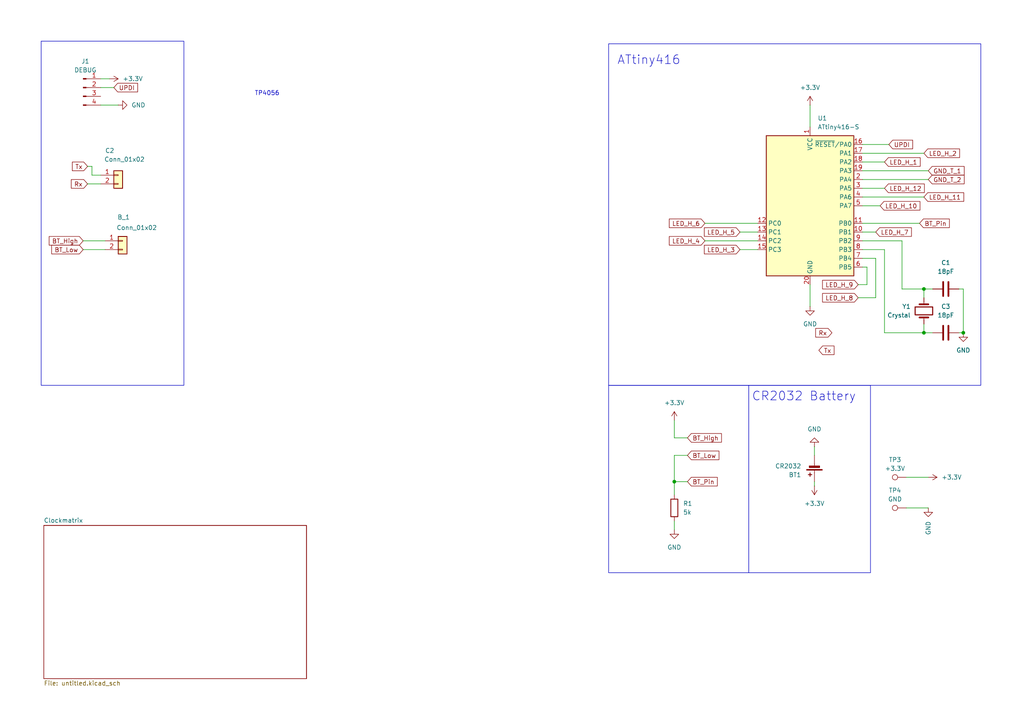
<source format=kicad_sch>
(kicad_sch (version 20231120) (generator "eeschema") (generator_version "8.0")
  (paper "A4")
  (lib_symbols
    (symbol "Connector:Conn_01x04_Pin" (pin_names (offset 1.016) hide)
      (property "Reference" "J" (at 0 5.08 0))
      (property "Value" "Conn_01x04_Pin" (at 0 -7.62 0))
      (symbol "Conn_01x04_Pin_1_1"
        (polyline (pts (xy 1.27 -5.08) (xy 0.8636 -5.08)) (stroke (width 0.1524)))
        (polyline (pts (xy 1.27 -2.54) (xy 0.8636 -2.54)) (stroke (width 0.1524)))
        (polyline (pts (xy 1.27 0) (xy 0.8636 0)) (stroke (width 0.1524)))
        (polyline (pts (xy 1.27 2.54) (xy 0.8636 2.54)) (stroke (width 0.1524)))
        (rectangle (start 0.8636 -4.953) (end 0 -5.207) (stroke (width 0.1524)) (fill (type outline)))
        (rectangle (start 0.8636 -2.413) (end 0 -2.667) (stroke (width 0.1524)) (fill (type outline)))
        (rectangle (start 0.8636 0.127) (end 0 -0.127) (stroke (width 0.1524)) (fill (type outline)))
        (rectangle (start 0.8636 2.667) (end 0 2.413) (stroke (width 0.1524)) (fill (type outline)))
        (pin passive line (at 5.08 2.54 180) (length 3.81) (name "Pin_1") (number "1"))
        (pin passive line (at 5.08 0 180) (length 3.81) (name "Pin_2") (number "2"))
        (pin passive line (at 5.08 -2.54 180) (length 3.81) (name "Pin_3") (number "3"))
        (pin passive line (at 5.08 -5.08 180) (length 3.81) (name "Pin_4") (number "4"))
      )
    )
    (symbol "Connector:TestPoint" (pin_numbers hide) (pin_names (offset 0.762) hide)
      (property "Reference" "TP" (at 0 6.858 0))
      (property "Value" "TestPoint" (at 0 5.08 0))
      (symbol "TestPoint_0_1"
        (circle (center 0 3.302) (radius 0.762))
      )
      (symbol "TestPoint_1_1"
        (pin passive line (at 0 0 90) (length 2.54) (name "1") (number "1"))
      )
    )
    (symbol "Connector_Generic:Conn_01x02" (pin_names (offset 1.016) hide)
      (property "Reference" "J" (at 0 2.54 0))
      (property "Value" "Conn_01x02" (at 0 -5.08 0))
      (symbol "Conn_01x02_1_1"
        (rectangle (start -1.27 -2.413) (end 0 -2.667) (stroke (width 0.1524)))
        (rectangle (start -1.27 0.127) (end 0 -0.127) (stroke (width 0.1524)))
        (rectangle (start -1.27 1.27) (end 1.27 -3.81) (stroke (width 0.254)) (fill (type background)))
        (pin passive line (at -5.08 0 0) (length 3.81) (name "Pin_1") (number "1"))
        (pin passive line (at -5.08 -2.54 0) (length 3.81) (name "Pin_2") (number "2"))
      )
    )
    (symbol "Device:Battery_Cell" (pin_numbers hide) (pin_names (offset 0) hide)
      (property "Reference" "BT" (at 2.54 2.54 0))
      (property "Value" "Battery_Cell" (at 2.54 0 0))
      (symbol "Battery_Cell_0_1"
        (rectangle (start -2.286 1.778) (end 2.286 1.524) (fill (type outline)))
        (rectangle (start -1.524 1.016) (end 1.524 0.508) (fill (type outline)))
        (polyline (pts (xy 0 0.762) (xy 0 0)))
        (polyline (pts (xy 0 1.778) (xy 0 2.54)))
        (polyline (pts (xy 0.762 3.048) (xy 1.778 3.048)) (stroke (width 0.254)))
        (polyline (pts (xy 1.27 3.556) (xy 1.27 2.54)) (stroke (width 0.254)))
      )
      (symbol "Battery_Cell_1_1"
        (pin passive line (at 0 5.08 270) (length 2.54) (name "+") (number "1"))
        (pin passive line (at 0 -2.54 90) (length 2.54) (name "-") (number "2"))
      )
    )
    (symbol "Device:C" (pin_numbers hide) (pin_names (offset 0.254))
      (property "Reference" "C" (at 0.635 2.54 0))
      (property "Value" "C" (at 0.635 -2.54 0))
      (symbol "C_0_1"
        (polyline (pts (xy -2.032 -0.762) (xy 2.032 -0.762)) (stroke (width 0.508)))
        (polyline (pts (xy -2.032 0.762) (xy 2.032 0.762)) (stroke (width 0.508)))
      )
      (symbol "C_1_1"
        (pin passive line (at 0 3.81 270) (length 2.794) (name "~") (number "1"))
        (pin passive line (at 0 -3.81 90) (length 2.794) (name "~") (number "2"))
      )
    )
    (symbol "Device:Crystal" (pin_numbers hide) (pin_names (offset 1.016) hide)
      (property "Reference" "Y" (at 0 3.81 0))
      (property "Value" "Crystal" (at 0 -3.81 0))
      (symbol "Crystal_0_1"
        (rectangle (start -1.143 2.54) (end 1.143 -2.54) (stroke (width 0.3048)))
        (polyline (pts (xy -2.54 0) (xy -1.905 0)))
        (polyline (pts (xy -1.905 -1.27) (xy -1.905 1.27)) (stroke (width 0.508)))
        (polyline (pts (xy 1.905 -1.27) (xy 1.905 1.27)) (stroke (width 0.508)))
        (polyline (pts (xy 2.54 0) (xy 1.905 0)))
      )
      (symbol "Crystal_1_1"
        (pin passive line (at -3.81 0 0) (length 1.27) (name "1") (number "1"))
        (pin passive line (at 3.81 0 180) (length 1.27) (name "2") (number "2"))
      )
    )
    (symbol "Device:R" (pin_numbers hide) (pin_names (offset 0))
      (property "Reference" "R" (at 2.032 0 90))
      (property "Value" "R" (at 0 0 90))
      (symbol "R_0_1"
        (rectangle (start -1.016 -2.54) (end 1.016 2.54) (stroke (width 0.254)))
      )
      (symbol "R_1_1"
        (pin passive line (at 0 3.81 270) (length 1.27) (name "~") (number "1"))
        (pin passive line (at 0 -3.81 90) (length 1.27) (name "~") (number "2"))
      )
    )
    (symbol "MCU_Microchip_ATtiny:ATtiny416-S"
      (property "Reference" "U" (at -12.7 21.59 0))
      (property "Value" "ATtiny416-S" (at 2.54 -21.59 0))
      (symbol "ATtiny416-S_0_1"
        (rectangle (start -12.7 -20.32) (end 12.7 20.32) (stroke (width 0.254)) (fill (type background)))
      )
      (symbol "ATtiny416-S_1_1"
        (pin power_in line (at 0 22.86 270) (length 2.54) (name "VCC") (number "1"))
        (pin bidirectional line (at 15.24 -7.62 180) (length 2.54) (name "PB1") (number "10"))
        (pin bidirectional line (at 15.24 -5.08 180) (length 2.54) (name "PB0") (number "11"))
        (pin bidirectional line (at -15.24 -5.08 0) (length 2.54) (name "PC0") (number "12"))
        (pin bidirectional line (at -15.24 -7.62 0) (length 2.54) (name "PC1") (number "13"))
        (pin bidirectional line (at -15.24 -10.16 0) (length 2.54) (name "PC2") (number "14"))
        (pin bidirectional line (at -15.24 -12.7 0) (length 2.54) (name "PC3") (number "15"))
        (pin bidirectional line (at 15.24 17.78 180) (length 2.54) (name "~{RESET}/PA0") (number "16"))
        (pin bidirectional line (at 15.24 15.24 180) (length 2.54) (name "PA1") (number "17"))
        (pin bidirectional line (at 15.24 12.7 180) (length 2.54) (name "PA2") (number "18"))
        (pin bidirectional line (at 15.24 10.16 180) (length 2.54) (name "PA3") (number "19"))
        (pin bidirectional line (at 15.24 7.62 180) (length 2.54) (name "PA4") (number "2"))
        (pin power_in line (at 0 -22.86 90) (length 2.54) (name "GND") (number "20"))
        (pin bidirectional line (at 15.24 5.08 180) (length 2.54) (name "PA5") (number "3"))
        (pin bidirectional line (at 15.24 2.54 180) (length 2.54) (name "PA6") (number "4"))
        (pin bidirectional line (at 15.24 0 180) (length 2.54) (name "PA7") (number "5"))
        (pin bidirectional line (at 15.24 -17.78 180) (length 2.54) (name "PB5") (number "6"))
        (pin bidirectional line (at 15.24 -15.24 180) (length 2.54) (name "PB4") (number "7"))
        (pin bidirectional line (at 15.24 -12.7 180) (length 2.54) (name "PB3") (number "8"))
        (pin bidirectional line (at 15.24 -10.16 180) (length 2.54) (name "PB2") (number "9"))
      )
    )
    (symbol "power:+3.3V" (power) (pin_numbers hide) (pin_names (offset 0) hide)
      (property "Value" "+3.3V" (at 0 3.556 0))
      (symbol "+3.3V_0_1"
        (polyline (pts (xy -0.762 1.27) (xy 0 2.54)))
        (polyline (pts (xy 0 0) (xy 0 2.54)))
        (polyline (pts (xy 0 2.54) (xy 0.762 1.27)))
      )
      (symbol "+3.3V_1_1"
        (pin power_in line (at 0 0 90) (length 0) (name "~") (number "1"))
      )
    )
    (symbol "power:GND" (power) (pin_numbers hide) (pin_names (offset 0) hide)
      (property "Value" "GND" (at 0 -3.81 0))
      (symbol "GND_0_1"
        (polyline (pts (xy 0 0) (xy 0 -1.27) (xy 1.27 -1.27) (xy 0 -2.54) (xy -1.27 -1.27) (xy 0 -1.27)))
      )
      (symbol "GND_1_1"
        (pin power_in line (at 0 0 270) (length 0) (name "~") (number "1"))
      )
    )
  )
  (junction (at 267.97 96.52))
  (junction (at 195.58 139.7))
  (junction (at 267.97 83.82))
  (junction (at 279.4 96.52))
  (wire (pts (xy 29.21 30.48) (xy 34.29 30.48)))
  (wire (pts (xy 261.62 69.85) (xy 250.19 69.85)))
  (wire (pts (xy 24.13 72.39) (xy 30.48 72.39)))
  (wire (pts (xy 25.4 48.26) (xy 26.67 48.26)))
  (wire (pts (xy 236.22 132.08) (xy 236.22 129.54)))
  (wire (pts (xy 236.22 140.97) (xy 236.22 139.7)))
  (wire (pts (xy 250.19 44.45) (xy 267.97 44.45)))
  (wire (pts (xy 250.19 67.31) (xy 254 67.31)))
  (wire (pts (xy 251.46 82.55) (xy 248.92 82.55)))
  (wire (pts (xy 267.97 83.82) (xy 270.51 83.82)))
  (wire (pts (xy 256.54 96.52) (xy 267.97 96.52)))
  (wire (pts (xy 195.58 139.7) (xy 195.58 143.51)))
  (wire (pts (xy 248.92 86.36) (xy 254 86.36)))
  (wire (pts (xy 262.89 138.43) (xy 269.24 138.43)))
  (wire (pts (xy 195.58 132.08) (xy 195.58 139.7)))
  (wire (pts (xy 256.54 72.39) (xy 250.19 72.39)))
  (wire (pts (xy 251.46 82.55) (xy 251.46 77.47)))
  (wire (pts (xy 254 86.36) (xy 254 74.93)))
  (wire (pts (xy 254 74.93) (xy 250.19 74.93)))
  (wire (pts (xy 26.67 50.8) (xy 29.21 50.8)))
  (wire (pts (xy 278.13 96.52) (xy 279.4 96.52)))
  (wire (pts (xy 279.4 83.82) (xy 278.13 83.82)))
  (wire (pts (xy 262.89 147.32) (xy 269.24 147.32)))
  (wire (pts (xy 195.58 151.13) (xy 195.58 153.67)))
  (wire (pts (xy 195.58 139.7) (xy 199.39 139.7)))
  (wire (pts (xy 24.13 69.85) (xy 30.48 69.85)))
  (wire (pts (xy 214.63 72.39) (xy 219.71 72.39)))
  (wire (pts (xy 267.97 86.36) (xy 267.97 83.82)))
  (wire (pts (xy 250.19 57.15) (xy 267.97 57.15)))
  (wire (pts (xy 250.19 59.69) (xy 255.27 59.69)))
  (wire (pts (xy 26.67 48.26) (xy 26.67 50.8)))
  (wire (pts (xy 267.97 93.98) (xy 267.97 96.52)))
  (wire (pts (xy 234.95 88.9) (xy 234.95 82.55)))
  (wire (pts (xy 251.46 77.47) (xy 250.19 77.47)))
  (wire (pts (xy 25.4 53.34) (xy 29.21 53.34)))
  (wire (pts (xy 256.54 72.39) (xy 256.54 96.52)))
  (wire (pts (xy 250.19 41.91) (xy 257.81 41.91)))
  (wire (pts (xy 195.58 121.92) (xy 195.58 127)))
  (wire (pts (xy 29.21 25.4) (xy 33.02 25.4)))
  (wire (pts (xy 261.62 83.82) (xy 267.97 83.82)))
  (wire (pts (xy 250.19 54.61) (xy 256.54 54.61)))
  (wire (pts (xy 199.39 132.08) (xy 195.58 132.08)))
  (wire (pts (xy 261.62 69.85) (xy 261.62 83.82)))
  (wire (pts (xy 204.47 69.85) (xy 219.71 69.85)))
  (wire (pts (xy 250.19 46.99) (xy 256.54 46.99)))
  (wire (pts (xy 250.19 52.07) (xy 269.24 52.07)))
  (wire (pts (xy 31.75 22.86) (xy 29.21 22.86)))
  (wire (pts (xy 234.95 30.48) (xy 234.95 36.83)))
  (wire (pts (xy 195.58 127) (xy 199.39 127)))
  (wire (pts (xy 267.97 96.52) (xy 270.51 96.52)))
  (wire (pts (xy 214.63 67.31) (xy 219.71 67.31)))
  (wire (pts (xy 250.19 64.77) (xy 266.7 64.77)))
  (wire (pts (xy 204.47 64.77) (xy 219.71 64.77)))
  (wire (pts (xy 250.19 49.53) (xy 269.24 49.53)))
  (wire (pts (xy 279.4 96.52) (xy 279.4 83.82)))
  (rectangle (start 217.17 111.76) (end 252.476 166.116))
  (rectangle (start 11.938 11.938) (end 53.34 111.76))
  (rectangle (start 176.53 111.76) (end 217.17 166.116))
  (rectangle (start 176.53 12.7) (end 284.48 111.76))
  (text "CR2032 Battery\n" (at 233.172 115.062 0) (effects (font (size 2.54 2.54))))
  (text "ATtiny416\n" (at 188.214 17.526 0) (effects (font (size 2.54 2.54))))
  (text "TP4056" (at 77.47 27.178 0) (effects (font (size 1.27 1.27))))
  (global_label "UPDI" (shape input) (at 257.81 41.91 0) (property "Intersheetrefs" "${INTERSHEET_REFS}" (effects (hide yes))))
  (global_label "BT_Pin" (shape input) (at 266.7 64.77 0) (property "Intersheetrefs" "${INTERSHEET_REFS}" (effects (hide yes))))
  (global_label "LED_H_11" (shape input) (at 267.97 57.15 0) (property "Intersheetrefs" "${INTERSHEET_REFS}" (effects (hide yes))))
  (global_label "UPDI" (shape input) (at 33.02 25.4 0) (property "Intersheetrefs" "${INTERSHEET_REFS}" (effects (hide yes))))
  (global_label "LED_H_3" (shape input) (at 214.63 72.39 180) (property "Intersheetrefs" "${INTERSHEET_REFS}" (effects (hide yes))))
  (global_label "Tx" (shape input) (at 25.4 48.26 180) (property "Intersheetrefs" "${INTERSHEET_REFS}" (effects (hide yes))))
  (global_label "LED_H_7" (shape input) (at 254 67.31 0) (property "Intersheetrefs" "${INTERSHEET_REFS}" (effects (hide yes))))
  (global_label "LED_H_2" (shape input) (at 267.97 44.45 0) (property "Intersheetrefs" "${INTERSHEET_REFS}" (effects (hide yes))))
  (global_label "BT_Low" (shape input) (at 199.39 132.08 0) (property "Intersheetrefs" "${INTERSHEET_REFS}" (effects (hide yes))))
  (global_label "LED_H_10" (shape input) (at 255.27 59.69 0) (property "Intersheetrefs" "${INTERSHEET_REFS}" (effects (hide yes))))
  (global_label "GND_T_2" (shape input) (at 269.24 52.07 0) (property "Intersheetrefs" "${INTERSHEET_REFS}" (effects (hide yes))))
  (global_label "Rx" (shape input) (at 25.4 53.34 180) (property "Intersheetrefs" "${INTERSHEET_REFS}" (effects (hide yes))))
  (global_label "Tx" (shape input) (at 237.49 101.6 0) (property "Intersheetrefs" "${INTERSHEET_REFS}" (effects (hide yes))))
  (global_label "LED_H_6" (shape input) (at 204.47 64.77 180) (property "Intersheetrefs" "${INTERSHEET_REFS}" (effects (hide yes))))
  (global_label "LED_H_5" (shape input) (at 214.63 67.31 180) (property "Intersheetrefs" "${INTERSHEET_REFS}" (effects (hide yes))))
  (global_label "BT_Pin" (shape input) (at 199.39 139.7 0) (property "Intersheetrefs" "${INTERSHEET_REFS}" (effects (hide yes))))
  (global_label "Rx" (shape input) (at 241.3 96.52 180) (property "Intersheetrefs" "${INTERSHEET_REFS}" (effects (hide yes))))
  (global_label "LED_H_12" (shape input) (at 256.54 54.61 0) (property "Intersheetrefs" "${INTERSHEET_REFS}" (effects (hide yes))))
  (global_label "LED_H_4" (shape input) (at 204.47 69.85 180) (property "Intersheetrefs" "${INTERSHEET_REFS}" (effects (hide yes))))
  (global_label "LED_H_9" (shape input) (at 248.92 82.55 180) (property "Intersheetrefs" "${INTERSHEET_REFS}" (effects (hide yes))))
  (global_label "LED_H_8" (shape input) (at 248.92 86.36 180) (property "Intersheetrefs" "${INTERSHEET_REFS}" (effects (hide yes))))
  (global_label "BT_High" (shape input) (at 24.13 69.85 180) (property "Intersheetrefs" "${INTERSHEET_REFS}" (effects (hide yes))))
  (global_label "GND_T_1" (shape input) (at 269.24 49.53 0) (property "Intersheetrefs" "${INTERSHEET_REFS}" (effects (hide yes))))
  (global_label "BT_Low" (shape input) (at 24.13 72.39 180) (property "Intersheetrefs" "${INTERSHEET_REFS}" (effects (hide yes))))
  (global_label "LED_H_1" (shape input) (at 256.54 46.99 0) (property "Intersheetrefs" "${INTERSHEET_REFS}" (effects (hide yes))))
  (global_label "BT_High" (shape input) (at 199.39 127 0) (property "Intersheetrefs" "${INTERSHEET_REFS}" (effects (hide yes))))
  (symbol (lib_id "Device:C") (at 274.32 83.82 90) (unit 1)
    (property "Reference" "C1" (at 274.32 76.2 90))
    (property "Value" "18pF" (at 274.32 78.74 90))
    (property "Description" "Unpolarized capacitor" (effects (hide yes)))
  )
  (symbol (lib_id "Device:R") (at 195.58 147.32 0) (unit 1)
    (property "Reference" "R1" (at 198.12 146.0499 0) (effects (justify left)))
    (property "Value" "5k" (at 198.12 148.5899 0) (effects (justify left)))
    (property "Footprint" "Resistor_SMD:R_0805_2012Metric_Pad1.20x1.40mm_HandSolder" (effects (hide yes)))
    (property "Description" "Resistor" (effects (hide yes)))
  )
  (symbol (lib_id "power:GND") (at 269.24 147.32 0) (unit 1)
    (property "Reference" "#PWR015" (effects (hide yes)))
    (property "Value" "GND" (at 269.2401 151.13 90) (effects (justify right)))
    (property "Description" "Power symbol creates a global label with name \"GND\" , ground" (effects (hide yes)))
  )
  (symbol (lib_id "Connector:Conn_01x04_Pin") (at 24.13 25.4 0) (unit 1)
    (property "Reference" "J1" (at 24.765 17.78 0))
    (property "Value" "DEBUG" (at 24.765 20.32 0))
    (property "Footprint" "Connector_JST:JST_GH_SM05B-GHS-TB_1x05-1MP_P1.25mm_Horizontal" (effects (hide yes)))
    (property "Description" "Generic connector, single row, 01x04, script generated" (effects (hide yes)))
  )
  (symbol (lib_id "Device:Crystal") (at 267.97 90.17 270) (mirror x) (unit 1)
    (property "Reference" "Y1" (at 264.16 88.8999 90) (effects (justify right)))
    (property "Value" "Crystal" (at 264.16 91.4399 90) (effects (justify right)))
    (property "Description" "Two pin crystal" (effects (hide yes)))
  )
  (symbol (lib_id "power:+3.3V") (at 195.58 121.92 0) (unit 1)
    (property "Reference" "#PWR04" (effects (hide yes)))
    (property "Value" "+3.3V" (at 195.58 116.84 0))
    (property "Description" "Power symbol creates a global label with name \"+3.3V\"" (effects (hide yes)))
  )
  (symbol (lib_id "power:+3.3V") (at 31.75 22.86 270) (unit 1)
    (property "Reference" "#PWR06" (effects (hide yes)))
    (property "Value" "+3.3V" (at 35.56 22.8599 90) (effects (justify left)))
    (property "Description" "Power symbol creates a global label with name \"+3.3V\"" (effects (hide yes)))
  )
  (symbol (lib_id "power:GND") (at 236.22 129.54 180) (unit 1)
    (property "Reference" "#PWR012" (effects (hide yes)))
    (property "Value" "GND" (at 236.22 124.46 0))
    (property "Description" "Power symbol creates a global label with name \"GND\" , ground" (effects (hide yes)))
  )
  (symbol (lib_id "MCU_Microchip_ATtiny:ATtiny416-S") (at 234.95 59.69 0) (unit 1)
    (property "Reference" "U1" (at 237.1441 34.29 0) (effects (justify left)))
    (property "Value" "ATtiny416-S" (at 237.1441 36.83 0) (effects (justify left)))
    (property "Footprint" "Package_DFN_QFN:QFN-20-1EP_3x3mm_P0.45mm_EP1.6x1.6mm" (effects (hide yes)))
    (property "Datasheet" "http://ww1.microchip.com/downloads/en/DeviceDoc/40001913A.pdf" (effects (hide yes)))
    (property "Description" "20MHz, 4kB Flash, 256B SRAM, 128B EEPROM, SOIC-20" (effects (hide yes)))
  )
  (symbol (lib_id "Connector_Generic:Conn_01x02") (at 35.56 69.85 0) (unit 1)
    (property "Reference" "B_1" (at 34.036 62.992 0) (effects (justify left)))
    (property "Value" "Conn_01x02" (at 33.782 66.04 0) (effects (justify left)))
    (property "Footprint" "Connector_PinHeader_2.54mm:PinHeader_1x02_P2.54mm_Vertical" (effects (hide yes)))
    (property "Description" "Generic connector, single row, 01x02, script generated (kicad-library-utils/schlib/autogen/connector/)" (effects (hide yes)))
  )
  (symbol (lib_id "power:GND") (at 34.29 30.48 90) (unit 1)
    (property "Reference" "#PWR07" (effects (hide yes)))
    (property "Value" "GND" (at 38.1 30.4799 90) (effects (justify right)))
    (property "Description" "Power symbol creates a global label with name \"GND\" , ground" (effects (hide yes)))
  )
  (symbol (lib_id "power:+3.3V") (at 269.24 138.43 270) (unit 1)
    (property "Reference" "#PWR016" (effects (hide yes)))
    (property "Value" "+3.3V" (at 273.05 138.4299 90) (effects (justify left)))
    (property "Description" "Power symbol creates a global label with name \"+3.3V\"" (effects (hide yes)))
  )
  (symbol (lib_id "power:GND") (at 279.4 96.52 0) (unit 1)
    (property "Reference" "#PWR08" (effects (hide yes)))
    (property "Value" "GND" (at 279.4 101.6 0))
    (property "Description" "Power symbol creates a global label with name \"GND\" , ground" (effects (hide yes)))
  )
  (symbol (lib_id "power:+3.3V") (at 234.95 30.48 0) (unit 1)
    (property "Reference" "#PWR02" (effects (hide yes)))
    (property "Value" "+3.3V" (at 234.95 25.4 0))
    (property "Description" "Power symbol creates a global label with name \"+3.3V\"" (effects (hide yes)))
  )
  (symbol (lib_id "power:GND") (at 234.95 88.9 0) (unit 1)
    (property "Reference" "#PWR03" (effects (hide yes)))
    (property "Value" "GND" (at 234.95 93.98 0))
    (property "Description" "Power symbol creates a global label with name \"GND\" , ground" (effects (hide yes)))
  )
  (symbol (lib_id "Device:C") (at 274.32 96.52 90) (unit 1)
    (property "Reference" "C3" (at 274.32 88.9 90))
    (property "Value" "18pF" (at 274.32 91.44 90))
    (property "Description" "Unpolarized capacitor" (effects (hide yes)))
  )
  (symbol (lib_id "Connector:TestPoint") (at 262.89 147.32 90) (unit 1)
    (property "Reference" "TP4" (at 259.588 142.24 90))
    (property "Value" "GND" (at 259.588 144.78 90))
    (property "Footprint" "TestPoint:TestPoint_Pad_D2.0mm" (effects (hide yes)))
    (property "Description" "test point" (effects (hide yes)))
  )
  (symbol (lib_id "Connector_Generic:Conn_01x02") (at 34.29 50.8 0) (unit 1)
    (property "Reference" "C2" (at 30.48 43.688 0) (effects (justify left)))
    (property "Value" "Conn_01x02" (at 30.226 46.228 0) (effects (justify left)))
    (property "Footprint" "Connector_PinHeader_2.54mm:PinHeader_1x02_P2.54mm_Vertical" (effects (hide yes)))
    (property "Description" "Generic connector, single row, 01x02, script generated (kicad-library-utils/schlib/autogen/connector/)" (effects (hide yes)))
  )
  (symbol (lib_id "Device:Battery_Cell") (at 236.22 134.62 180) (unit 1)
    (property "Reference" "BT1" (at 232.41 137.7316 0) (effects (justify left)))
    (property "Value" "CR2032" (at 232.41 135.1916 0) (effects (justify left)))
    (property "Footprint" "Battery:Keystone 1070" (effects (hide yes)))
    (property "Description" "Single-cell battery" (effects (hide yes)))
  )
  (symbol (lib_id "Connector:TestPoint") (at 262.89 138.43 90) (unit 1)
    (property "Reference" "TP3" (at 259.588 133.35 90))
    (property "Value" "+3.3V" (at 259.588 135.89 90))
    (property "Footprint" "TestPoint:TestPoint_Pad_D2.0mm" (effects (hide yes)))
    (property "Description" "test point" (effects (hide yes)))
  )
  (symbol (lib_id "power:+3.3V") (at 236.22 140.97 180) (unit 1)
    (property "Reference" "#PWR011" (effects (hide yes)))
    (property "Value" "+3.3V" (at 236.22 146.05 0))
    (property "Description" "Power symbol creates a global label with name \"+3.3V\"" (effects (hide yes)))
  )
  (symbol (lib_id "power:GND") (at 195.58 153.67 0) (mirror y) (unit 1)
    (property "Reference" "#PWR05" (effects (hide yes)))
    (property "Value" "GND" (at 195.58 158.75 0))
    (property "Description" "Power symbol creates a global label with name \"GND\" , ground" (effects (hide yes)))
  )
  (sheet (at 12.7 152.4) (size 76.2 44.45) (stroke (width 0.1524))
    (property "Sheetname" "Clockmatrix" (at 12.7 151.6884 0) (effects (justify left bottom)))
    (property "Sheetfile" "untitled.kicad_sch" (at 12.7 197.4346 0) (effects (justify left top)))
  )
)
</source>
